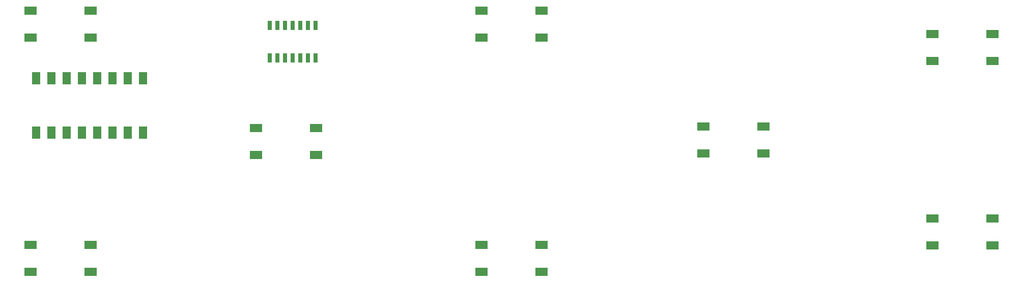
<source format=gbp>
G04*
G04 #@! TF.GenerationSoftware,Altium Limited,Altium Designer,24.2.2 (26)*
G04*
G04 Layer_Color=128*
%FSLAX42Y42*%
%MOMM*%
G71*
G04*
G04 #@! TF.SameCoordinates,1B85D7C3-CB2C-498D-ACBB-91D5DC165851*
G04*
G04*
G04 #@! TF.FilePolarity,Positive*
G04*
G01*
G75*
%ADD17R,1.45X2.10*%
%ADD94R,2.10X1.40*%
%ADD95R,0.70X1.55*%
D17*
X1994Y6111D02*
D03*
X2248D02*
D03*
X2502D02*
D03*
X2756D02*
D03*
X3010D02*
D03*
X3264D02*
D03*
X3518D02*
D03*
X3772D02*
D03*
Y7021D02*
D03*
X3518D02*
D03*
X3264D02*
D03*
X3010D02*
D03*
X2756D02*
D03*
X2502D02*
D03*
X2248D02*
D03*
X1994D02*
D03*
D94*
X5650Y5744D02*
D03*
X6650D02*
D03*
X5650Y6194D02*
D03*
X6650D02*
D03*
X14089Y6219D02*
D03*
X13089Y6219D02*
D03*
X14089Y5769D02*
D03*
X13089D02*
D03*
X9400Y7694D02*
D03*
X10400Y7694D02*
D03*
X9400Y8144D02*
D03*
X10400D02*
D03*
X9400Y3791D02*
D03*
X10400D02*
D03*
X9400Y4241D02*
D03*
X10400D02*
D03*
X1900Y7694D02*
D03*
X2900Y7694D02*
D03*
X1900Y8144D02*
D03*
X2900D02*
D03*
X1900Y3791D02*
D03*
X2900D02*
D03*
X1900Y4241D02*
D03*
X2900D02*
D03*
X17900Y4683D02*
D03*
X16900Y4683D02*
D03*
X17900Y4233D02*
D03*
X16900D02*
D03*
X17900Y7756D02*
D03*
X16900Y7756D02*
D03*
X17900Y7306D02*
D03*
X16900D02*
D03*
D95*
X5880Y7905D02*
D03*
X6007D02*
D03*
X6134D02*
D03*
X6261D02*
D03*
X6388D02*
D03*
X6515D02*
D03*
X6642D02*
D03*
Y7360D02*
D03*
X6515D02*
D03*
X6388D02*
D03*
X6261D02*
D03*
X6134D02*
D03*
X6007D02*
D03*
X5880D02*
D03*
M02*

</source>
